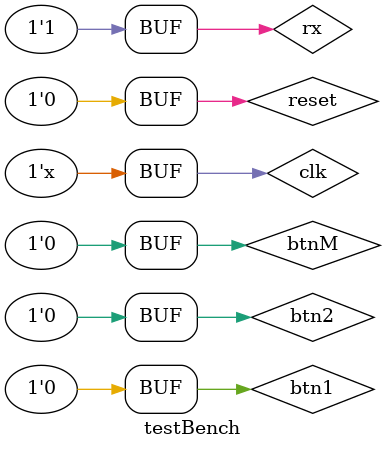
<source format=sv>
`timescale 1ns / 1ps

module testBench ();

    reg  clk;
    reg  reset;
    reg  btn1;
    reg  btn2;
    reg  btnM;
    reg  rx;

    wire tx;
    wire btn1Tick;
    wire btn2Tick;
    wire selMode;

    controlUnit dut (
        .clk(clk),
        .reset(reset),
        .btn1(btn1),
        .btn2(btn2),
        .btnM(btnM),
        .rx(rx),

        .tx(tx),
        .btn1Tick(btn1Tick),
        .btn2Tick(btn2Tick),
        .selMode(selMode)
    );

    always #1 clk = ~clk;

    initial begin
        clk = 0;
        reset = 1;
        btn1 = 0;
        btn2 = 0;
        btnM = 0;
        rx = 1;
    end

    initial begin
        #30 reset =0;
        #123 rx = 0 ; //start
        #123 rx = 1;
        #123 rx = 0;
        #123 rx = 0;
        #123 rx = 0;
        #123 rx = 1;
        #123 rx = 1;
        #123 rx = 0;
        #123 rx = 0;
        #123 rx = 1;//stop

        #3000 rx = 0 ; //start
        #123 rx = 0;
        #123 rx = 1;
        #123 rx = 0;
        #123 rx = 0;
        #123 rx = 1;
        #123 rx = 1;
        #123 rx = 0;
        #123 rx = 0;
        #123 rx = 1;//stop

        #3000 rx = 0 ; //start
        #123 rx = 1;
        #123 rx = 0;
        #123 rx = 1;
        #123 rx = 1;
        #123 rx = 0;
        #123 rx = 1;
        #123 rx = 1;
        #123 rx = 0;
        #123 rx = 1;//stop

        #3000 btnM = 1;
        #10 btnM = 0;

        #3000 btnM = 1;
        #10 btnM = 0;
    end



endmodule

</source>
